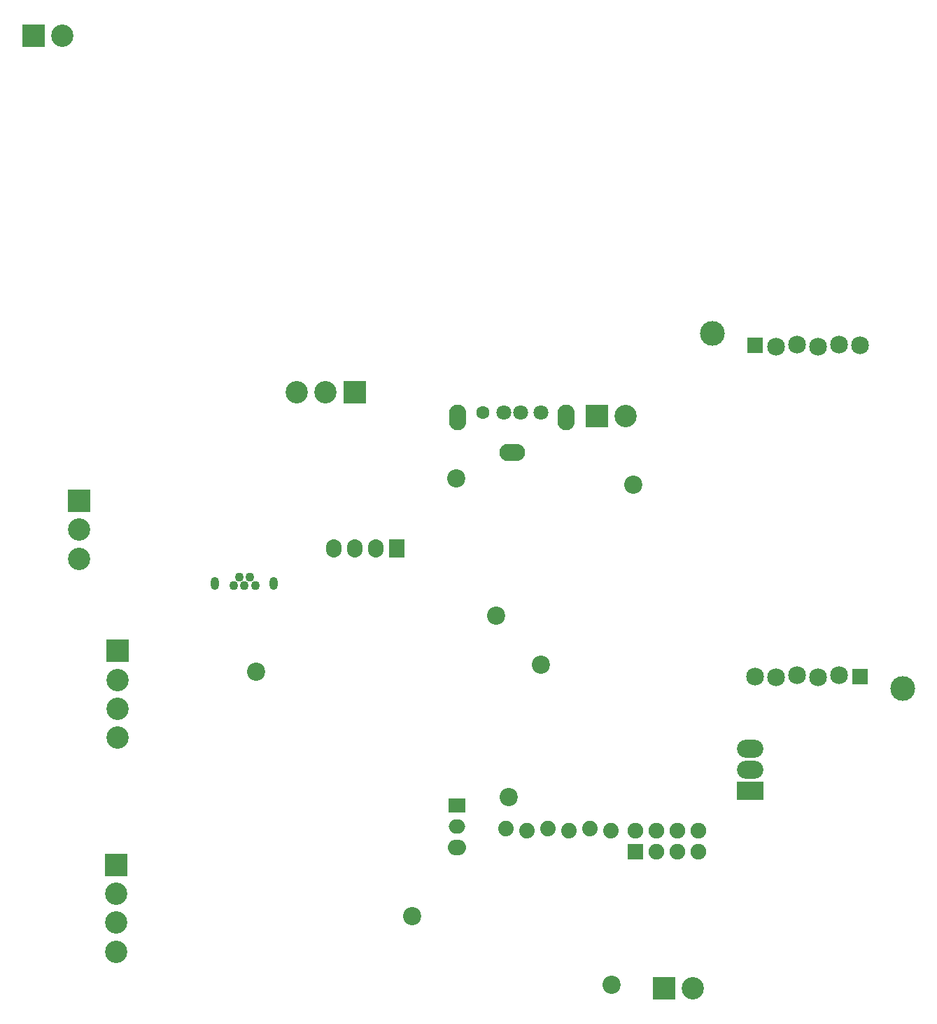
<source format=gbs>
G04 DipTrace 3.3.1.3*
G04 Topsidev0.4d.gbs*
%MOMM*%
G04 #@! TF.FileFunction,Soldermask,Bot*
G04 #@! TF.Part,Single*
%ADD57C,1.6*%
%ADD66O,2.0X1.7*%
%ADD67R,2.0X1.7*%
%ADD70C,1.87967*%
%ADD85R,1.8796X1.8796*%
%ADD86C,2.159*%
%ADD94C,3.0*%
%ADD109O,3.2X2.2*%
%ADD111R,3.2X2.2*%
%ADD127C,1.9*%
%ADD129R,1.9X1.9*%
%ADD138O,2.2X1.9*%
%ADD140O,1.0X1.55*%
%ADD142C,1.1*%
%ADD144O,3.1X2.1*%
%ADD146O,2.1X3.1*%
%ADD148C,1.8*%
%ADD150R,2.7X2.7*%
%ADD152C,2.7*%
%ADD154R,1.9X2.2*%
%ADD156O,1.9X2.2*%
%ADD160C,2.2*%
%FSLAX35Y35*%
G04*
G71*
G90*
G75*
G01*
G04 BotMask*
%LPD*%
D160*
X-1817690Y1547827D3*
X595310Y722330D3*
X857250Y6762750D3*
X-3706817Y4500577D3*
X-1285877Y6842123D3*
D156*
X-2765817Y5997203D3*
X-2511817D3*
X-2257817D3*
D154*
X-2003817D3*
D152*
X1579550Y674697D3*
D150*
X1229550D3*
D148*
X-507997Y7635867D3*
X-707997D3*
X-257997D3*
D57*
X-957997D3*
D146*
X49003Y7575867D3*
D144*
X-607997Y7157867D3*
D146*
X-1264997Y7575867D3*
D152*
X-5381957Y3705717D3*
Y4055717D3*
Y4405717D3*
D150*
Y4755717D3*
D152*
X-5397830Y1119590D3*
Y1469590D3*
Y1819590D3*
D150*
Y2169590D3*
D152*
X-3214433Y7884503D3*
X-2864433D3*
D150*
X-2514433D3*
D142*
X-3976690Y5548333D3*
D140*
X-3489190Y5570333D3*
D142*
X-3781690Y5648333D3*
X-3846690Y5548333D3*
X-3716690D3*
X-3911690Y5648333D3*
D140*
X-4203690Y5570333D3*
D138*
X-1273567Y2377700D3*
D66*
Y2631700D3*
D67*
Y2885700D3*
D70*
X588310Y2577570D3*
X334310Y2602970D3*
X80310Y2577570D3*
X-173690Y2602970D3*
X-427690Y2577570D3*
X-681690Y2602970D3*
D152*
X-5845567Y5870187D3*
Y6220187D3*
D150*
Y6570187D3*
D152*
X768707Y7591983D3*
D150*
X418707D3*
D152*
X-6048387Y12191993D3*
D150*
X-6398387D3*
D129*
X885433Y2330077D3*
D127*
Y2584077D3*
X1139433Y2330077D3*
Y2584077D3*
X1393433Y2330077D3*
Y2584077D3*
X1647433Y2330077D3*
Y2584077D3*
D160*
X-650877Y2984500D3*
X-257567Y4584323D3*
X-803440Y5177573D3*
D85*
X2333626Y8445491D3*
D86*
X2587596Y8432811D3*
X2841596Y8458211D3*
X3095596Y8432811D3*
X3349596Y8458211D3*
X3603596Y8445491D3*
D85*
X3601396Y4447911D3*
D86*
X3347496Y4460611D3*
X3093496Y4435211D3*
X2839496Y4460611D3*
X2585496Y4435211D3*
X2331466Y4447911D3*
D94*
X4117796Y4296911D3*
X1817796Y8596911D3*
D111*
X2270127Y3063873D3*
D109*
Y3317873D3*
Y3571873D3*
M02*

</source>
